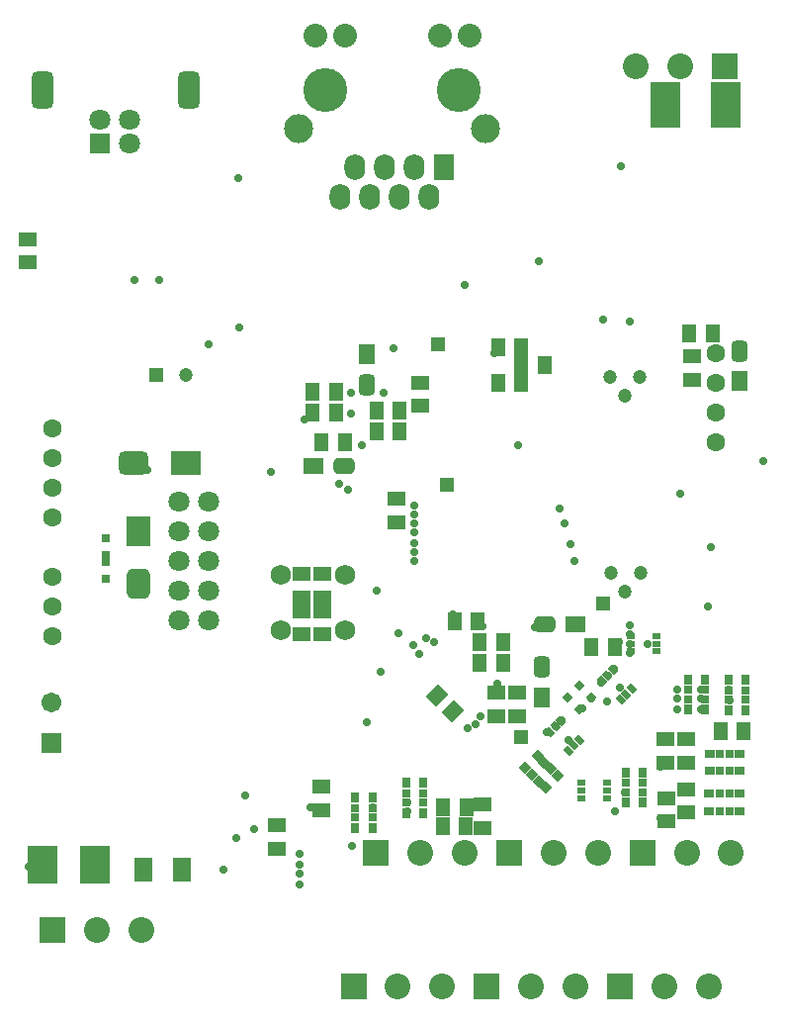
<source format=gbs>
G04*
G04 #@! TF.GenerationSoftware,Altium Limited,Altium Designer,19.1.5 (86)*
G04*
G04 Layer_Color=16711935*
%FSLAX44Y44*%
%MOMM*%
G71*
G01*
G75*
%ADD51R,2.0032X2.6032*%
G04:AMPARAMS|DCode=52|XSize=2.0032mm|YSize=2.6032mm|CornerRadius=0.5516mm|HoleSize=0mm|Usage=FLASHONLY|Rotation=0.000|XOffset=0mm|YOffset=0mm|HoleType=Round|Shape=RoundedRectangle|*
%AMROUNDEDRECTD52*
21,1,2.0032,1.5000,0,0,0.0*
21,1,0.9000,2.6032,0,0,0.0*
1,1,1.1032,0.4500,-0.7500*
1,1,1.1032,-0.4500,-0.7500*
1,1,1.1032,-0.4500,0.7500*
1,1,1.1032,0.4500,0.7500*
%
%ADD52ROUNDEDRECTD52*%
%ADD53R,2.6032X2.0032*%
G04:AMPARAMS|DCode=54|XSize=2.0032mm|YSize=2.6032mm|CornerRadius=0.5516mm|HoleSize=0mm|Usage=FLASHONLY|Rotation=90.000|XOffset=0mm|YOffset=0mm|HoleType=Round|Shape=RoundedRectangle|*
%AMROUNDEDRECTD54*
21,1,2.0032,1.5000,0,0,90.0*
21,1,0.9000,2.6032,0,0,90.0*
1,1,1.1032,0.7500,0.4500*
1,1,1.1032,0.7500,-0.4500*
1,1,1.1032,-0.7500,-0.4500*
1,1,1.1032,-0.7500,0.4500*
%
%ADD54ROUNDEDRECTD54*%
%ADD55R,0.8032X0.7532*%
%ADD56R,0.8032X0.8532*%
%ADD57R,1.5032X1.2032*%
%ADD60R,1.2032X1.5032*%
%ADD63R,1.8032X1.4032*%
G04:AMPARAMS|DCode=64|XSize=1.8032mm|YSize=1.4032mm|CornerRadius=0.4016mm|HoleSize=0mm|Usage=FLASHONLY|Rotation=0.000|XOffset=0mm|YOffset=0mm|HoleType=Round|Shape=RoundedRectangle|*
%AMROUNDEDRECTD64*
21,1,1.8032,0.6000,0,0,0.0*
21,1,1.0000,1.4032,0,0,0.0*
1,1,0.8032,0.5000,-0.3000*
1,1,0.8032,-0.5000,-0.3000*
1,1,0.8032,-0.5000,0.3000*
1,1,0.8032,0.5000,0.3000*
%
%ADD64ROUNDEDRECTD64*%
%ADD73R,2.2032X2.2032*%
%ADD77R,0.7032X0.7032*%
%ADD79R,1.2032X1.2032*%
%ADD84C,1.2032*%
%ADD85C,2.2032*%
%ADD86O,1.7780X2.2352*%
%ADD87R,1.7780X2.2352*%
%ADD88C,2.0320*%
%ADD89C,2.4892*%
%ADD90C,1.6032*%
%ADD91C,1.7272*%
%ADD92C,1.7032*%
%ADD93R,1.7032X1.7032*%
G04:AMPARAMS|DCode=94|XSize=1.9032mm|YSize=3.2032mm|CornerRadius=0.5266mm|HoleSize=0mm|Usage=FLASHONLY|Rotation=180.000|XOffset=0mm|YOffset=0mm|HoleType=Round|Shape=RoundedRectangle|*
%AMROUNDEDRECTD94*
21,1,1.9032,2.1500,0,0,180.0*
21,1,0.8500,3.2032,0,0,180.0*
1,1,1.0532,-0.4250,1.0750*
1,1,1.0532,0.4250,1.0750*
1,1,1.0532,0.4250,-1.0750*
1,1,1.0532,-0.4250,-1.0750*
%
%ADD94ROUNDEDRECTD94*%
%ADD95C,1.8032*%
%ADD96R,1.8032X1.8032*%
%ADD97C,0.7032*%
%ADD98C,3.7592*%
%ADD130P,0.9945X4X270.0*%
G04:AMPARAMS|DCode=131|XSize=0.8032mm|YSize=0.5532mm|CornerRadius=0mm|HoleSize=0mm|Usage=FLASHONLY|Rotation=135.000|XOffset=0mm|YOffset=0mm|HoleType=Round|Shape=Rectangle|*
%AMROTATEDRECTD131*
4,1,4,0.4796,-0.0884,0.0884,-0.4796,-0.4796,0.0884,-0.0884,0.4796,0.4796,-0.0884,0.0*
%
%ADD131ROTATEDRECTD131*%

%ADD132R,0.8032X0.5532*%
G04:AMPARAMS|DCode=133|XSize=0.8032mm|YSize=0.7532mm|CornerRadius=0mm|HoleSize=0mm|Usage=FLASHONLY|Rotation=225.000|XOffset=0mm|YOffset=0mm|HoleType=Round|Shape=Rectangle|*
%AMROTATEDRECTD133*
4,1,4,0.0177,0.5503,0.5503,0.0177,-0.0177,-0.5503,-0.5503,-0.0177,0.0177,0.5503,0.0*
%
%ADD133ROTATEDRECTD133*%

%ADD134R,0.7532X0.8032*%
%ADD135R,0.8532X0.8032*%
%ADD136R,1.5032X2.0032*%
G04:AMPARAMS|DCode=137|XSize=1.8032mm|YSize=1.4032mm|CornerRadius=0.4016mm|HoleSize=0mm|Usage=FLASHONLY|Rotation=90.000|XOffset=0mm|YOffset=0mm|HoleType=Round|Shape=RoundedRectangle|*
%AMROUNDEDRECTD137*
21,1,1.8032,0.6000,0,0,90.0*
21,1,1.0000,1.4032,0,0,90.0*
1,1,0.8032,0.3000,0.5000*
1,1,0.8032,0.3000,-0.5000*
1,1,0.8032,-0.3000,-0.5000*
1,1,0.8032,-0.3000,0.5000*
%
%ADD137ROUNDEDRECTD137*%
%ADD138R,1.4032X1.8032*%
G04:AMPARAMS|DCode=139|XSize=1.5032mm|YSize=1.2032mm|CornerRadius=0mm|HoleSize=0mm|Usage=FLASHONLY|Rotation=45.000|XOffset=0mm|YOffset=0mm|HoleType=Round|Shape=Rectangle|*
%AMROTATEDRECTD139*
4,1,4,-0.1061,-0.9569,-0.9569,-0.1061,0.1061,0.9569,0.9569,0.1061,-0.1061,-0.9569,0.0*
%
%ADD139ROTATEDRECTD139*%

%ADD140R,2.6532X3.9032*%
%ADD141R,2.6032X3.2032*%
D51*
X1737362Y1477011D02*
D03*
D52*
X1737362Y1432010D02*
D03*
D53*
X1778002Y1535428D02*
D03*
D54*
X1733001Y1535429D02*
D03*
D55*
X2257280Y1340940D02*
D03*
X2242530Y1332940D02*
D03*
Y1340940D02*
D03*
X2257280Y1332940D02*
D03*
X2222254Y1333120D02*
D03*
X2207504Y1341120D02*
D03*
Y1333120D02*
D03*
X2222254Y1341120D02*
D03*
X2154410Y1253600D02*
D03*
X2169160Y1261600D02*
D03*
Y1253600D02*
D03*
X2154410Y1261600D02*
D03*
X1922780Y1240010D02*
D03*
X1937530Y1232010D02*
D03*
Y1240010D02*
D03*
X1922780Y1232010D02*
D03*
X1966450Y1252710D02*
D03*
X1981200Y1244710D02*
D03*
Y1252710D02*
D03*
X1966450Y1244710D02*
D03*
D56*
X2257280Y1349940D02*
D03*
X2242530Y1323940D02*
D03*
Y1349940D02*
D03*
X2257280Y1323940D02*
D03*
X2222254Y1324120D02*
D03*
X2207504Y1350120D02*
D03*
Y1324120D02*
D03*
X2222254Y1350120D02*
D03*
X2154410Y1244600D02*
D03*
X2169160Y1270600D02*
D03*
Y1244600D02*
D03*
X2154410Y1270600D02*
D03*
X1922780Y1249010D02*
D03*
X1937530Y1223010D02*
D03*
Y1249010D02*
D03*
X1922780Y1223010D02*
D03*
X1966450Y1261710D02*
D03*
X1981200Y1235710D02*
D03*
Y1261710D02*
D03*
X1966450Y1235710D02*
D03*
D57*
X2188210Y1298890D02*
D03*
Y1278890D02*
D03*
X2189480Y1248410D02*
D03*
Y1228410D02*
D03*
X2205990Y1278890D02*
D03*
Y1298890D02*
D03*
Y1236030D02*
D03*
Y1256030D02*
D03*
X1855470Y1205230D02*
D03*
Y1225230D02*
D03*
X2032000Y1223010D02*
D03*
Y1243010D02*
D03*
X1893570Y1238250D02*
D03*
Y1258250D02*
D03*
X1642110Y1726880D02*
D03*
Y1706880D02*
D03*
X1978660Y1584010D02*
D03*
Y1604010D02*
D03*
X2211070Y1606550D02*
D03*
Y1626550D02*
D03*
X2061210Y1318580D02*
D03*
Y1338580D02*
D03*
X2043430Y1318580D02*
D03*
Y1338580D02*
D03*
X1958340Y1504630D02*
D03*
Y1484630D02*
D03*
X1877060Y1408430D02*
D03*
Y1388430D02*
D03*
Y1420180D02*
D03*
Y1440180D02*
D03*
X1894840D02*
D03*
Y1420180D02*
D03*
Y1408430D02*
D03*
Y1388430D02*
D03*
D60*
X2235520Y1305560D02*
D03*
X2255520D02*
D03*
X2145030Y1377950D02*
D03*
X2125030D02*
D03*
X2017710Y1224280D02*
D03*
X1997710D02*
D03*
X2018030Y1240790D02*
D03*
X1998030D02*
D03*
X1940880Y1562580D02*
D03*
X1960880D02*
D03*
X1940880Y1579880D02*
D03*
X1960880D02*
D03*
X1886270Y1578610D02*
D03*
X1906270D02*
D03*
X1893990Y1553110D02*
D03*
X1913990D02*
D03*
X1886270Y1596390D02*
D03*
X1906270D02*
D03*
X2208850Y1645920D02*
D03*
X2228850D02*
D03*
X2049460Y1364500D02*
D03*
X2029460D02*
D03*
X2007870Y1399540D02*
D03*
X2027870D02*
D03*
X2049460Y1381760D02*
D03*
X2029460D02*
D03*
X2065020Y1634490D02*
D03*
X2045020D02*
D03*
X2065020Y1619250D02*
D03*
X2085020D02*
D03*
X2065020Y1604010D02*
D03*
X2045020D02*
D03*
D63*
X1887220Y1532890D02*
D03*
X2111340Y1397000D02*
D03*
D64*
X1913220Y1532890D02*
D03*
X2085340Y1397000D02*
D03*
D73*
X2149360Y1087120D02*
D03*
X2168610Y1201370D02*
D03*
X2035360Y1087120D02*
D03*
X2054610Y1201370D02*
D03*
X1921310Y1087170D02*
D03*
X1940560Y1201420D02*
D03*
X1663800Y1135380D02*
D03*
X2239010Y1874520D02*
D03*
D77*
X1709420Y1470660D02*
D03*
Y1456660D02*
D03*
Y1436370D02*
D03*
Y1450370D02*
D03*
D79*
X1752600Y1610360D02*
D03*
X2064385Y1300480D02*
D03*
X2001520Y1516380D02*
D03*
X2134870Y1414780D02*
D03*
X1993900Y1637030D02*
D03*
D84*
X1778000Y1610360D02*
D03*
X2153720Y1592840D02*
D03*
X2141220Y1609090D02*
D03*
X2166620D02*
D03*
X2153920Y1424940D02*
D03*
X2141420Y1441190D02*
D03*
X2166820D02*
D03*
D85*
X2225360Y1087120D02*
D03*
X2187360D02*
D03*
X2244610Y1201370D02*
D03*
X2206610D02*
D03*
X2111360Y1087120D02*
D03*
X2073360D02*
D03*
X2130610Y1201370D02*
D03*
X2092610D02*
D03*
X1997310Y1087170D02*
D03*
X1959310D02*
D03*
X2016560Y1201420D02*
D03*
X1978560D02*
D03*
X1701800Y1135380D02*
D03*
X1739800D02*
D03*
X2201010Y1874520D02*
D03*
X2163010D02*
D03*
D86*
X1986280Y1762760D02*
D03*
X1910080D02*
D03*
X1922780Y1788160D02*
D03*
X1935480Y1762760D02*
D03*
X1973580Y1788160D02*
D03*
X1948180D02*
D03*
X1960880Y1762760D02*
D03*
D87*
X1998980Y1788160D02*
D03*
D88*
X1995424Y1900660D02*
D03*
X1913670D02*
D03*
X1888236D02*
D03*
X2020730D02*
D03*
D89*
X1874480Y1821160D02*
D03*
X2034480D02*
D03*
D90*
X1663700Y1412240D02*
D03*
Y1386840D02*
D03*
Y1488440D02*
D03*
Y1513840D02*
D03*
Y1437640D02*
D03*
Y1539240D02*
D03*
Y1564640D02*
D03*
X2231390Y1578610D02*
D03*
Y1553210D02*
D03*
Y1604010D02*
D03*
Y1629410D02*
D03*
D91*
X1913890Y1439920D02*
D03*
Y1391920D02*
D03*
X1859280Y1439920D02*
D03*
Y1391920D02*
D03*
D92*
X1662430Y1330400D02*
D03*
D93*
Y1295400D02*
D03*
D94*
X1780540Y1854200D02*
D03*
X1654810D02*
D03*
D95*
X1729740Y1828800D02*
D03*
X1704340D02*
D03*
X1729740Y1808480D02*
D03*
X1771650Y1451610D02*
D03*
X1797050D02*
D03*
X1771650Y1426210D02*
D03*
X1797050D02*
D03*
X1771650Y1400810D02*
D03*
X1797050D02*
D03*
Y1477010D02*
D03*
X1771650D02*
D03*
X1797050Y1502410D02*
D03*
X1771650D02*
D03*
D96*
X1704340Y1808480D02*
D03*
D97*
X2242990Y1237550D02*
D03*
X2138103Y1331653D02*
D03*
X2124710Y1333500D02*
D03*
X2117503Y1325023D02*
D03*
X1937530Y1240600D02*
D03*
X1938020Y1249680D02*
D03*
X2105806Y1297940D02*
D03*
X2148840Y1381760D02*
D03*
X2149417Y1342967D02*
D03*
X1884680Y1240790D02*
D03*
X2198370Y1324610D02*
D03*
Y1333500D02*
D03*
X2218690Y1341120D02*
D03*
Y1324610D02*
D03*
Y1333500D02*
D03*
X2198370Y1341120D02*
D03*
X1892300Y1258570D02*
D03*
X2078990Y1284586D02*
D03*
X2225040Y1412240D02*
D03*
X2242995Y1332475D02*
D03*
X2242475Y1340995D02*
D03*
X2184205Y1275080D02*
D03*
X2153920Y1253490D02*
D03*
X2158220Y1372490D02*
D03*
X2173460Y1380490D02*
D03*
X2158220Y1396490D02*
D03*
Y1380490D02*
D03*
Y1388490D02*
D03*
X2138987Y1353397D02*
D03*
X2087122Y1305311D02*
D03*
X2044700Y1346200D02*
D03*
X2133330Y1347740D02*
D03*
X2099705Y1315355D02*
D03*
X2094048Y1309698D02*
D03*
X2144644Y1359054D02*
D03*
X2019300Y1308100D02*
D03*
X2025650Y1311910D02*
D03*
X2029820Y1318260D02*
D03*
X2183940Y1231440D02*
D03*
X2145180Y1237130D02*
D03*
X2032000Y1360690D02*
D03*
X1932940Y1313180D02*
D03*
X1828800Y1250950D02*
D03*
X1836420Y1221740D02*
D03*
X1967458Y1245232D02*
D03*
X1920240Y1207770D02*
D03*
X1821180Y1214651D02*
D03*
X1875284Y1200651D02*
D03*
X1809750Y1187450D02*
D03*
X1967230Y1236980D02*
D03*
X1875284Y1183651D02*
D03*
Y1191651D02*
D03*
Y1174651D02*
D03*
X2043430Y1606550D02*
D03*
X1643380Y1189990D02*
D03*
X2080260Y1708150D02*
D03*
X2076450Y1394460D02*
D03*
X2062480Y1550670D02*
D03*
X1879600Y1572260D02*
D03*
X1989990Y1381660D02*
D03*
X1977390Y1371600D02*
D03*
X1973580Y1459230D02*
D03*
X1972310Y1379220D02*
D03*
X1983740Y1385570D02*
D03*
X1959610Y1389380D02*
D03*
X1973580Y1451610D02*
D03*
Y1466850D02*
D03*
X1946910Y1595120D02*
D03*
X1918970Y1577340D02*
D03*
Y1595120D02*
D03*
X1822330Y1778790D02*
D03*
X1823720Y1651000D02*
D03*
X2272030Y1536700D02*
D03*
X1916430Y1512570D02*
D03*
X1908810Y1517650D02*
D03*
X1850390Y1527810D02*
D03*
X2016760Y1687830D02*
D03*
X1928060Y1550570D02*
D03*
X1973580Y1490980D02*
D03*
Y1475740D02*
D03*
Y1483360D02*
D03*
Y1498600D02*
D03*
X1929800Y1631470D02*
D03*
X1955800Y1633220D02*
D03*
X2181860Y1854200D02*
D03*
X2239010Y1852620D02*
D03*
X2150110Y1789430D02*
D03*
X2200910Y1508760D02*
D03*
X2032000Y1395730D02*
D03*
X1941195Y1426210D02*
D03*
X1744980Y1529080D02*
D03*
X1755140Y1691640D02*
D03*
X1797050Y1637030D02*
D03*
X2134870Y1657670D02*
D03*
X1733550Y1691640D02*
D03*
X2006600Y1405890D02*
D03*
X1944370Y1356360D02*
D03*
X2085340Y1620520D02*
D03*
X2042160Y1629410D02*
D03*
X2157730Y1656080D02*
D03*
X2227580Y1463040D02*
D03*
X2101850Y1483360D02*
D03*
X2110740Y1451610D02*
D03*
X2106930Y1465580D02*
D03*
X2098040Y1496060D02*
D03*
D98*
X1897380Y1854200D02*
D03*
X2011680D02*
D03*
D130*
X2114550Y1344930D02*
D03*
X2124449Y1335031D02*
D03*
X2104390Y1334770D02*
D03*
X2114290Y1324870D02*
D03*
D131*
X2109958Y1293788D02*
D03*
X2114555Y1298384D02*
D03*
X2105362Y1289192D02*
D03*
X2089452Y1305102D02*
D03*
X2098645Y1314294D02*
D03*
X2094048Y1309698D02*
D03*
X2154699Y1337473D02*
D03*
X2159295Y1342069D02*
D03*
X2150103Y1332876D02*
D03*
X2134193Y1348786D02*
D03*
X2143385Y1357979D02*
D03*
X2138789Y1353383D02*
D03*
D132*
X2158580Y1380640D02*
D03*
X2158580Y1387140D02*
D03*
X2158580Y1374140D02*
D03*
X2181080D02*
D03*
X2181080Y1387140D02*
D03*
X2181080Y1380640D02*
D03*
X2116180Y1254910D02*
D03*
X2116180Y1261410D02*
D03*
X2116180Y1248410D02*
D03*
X2138680D02*
D03*
X2138680Y1261410D02*
D03*
X2138680Y1254910D02*
D03*
D133*
X2074217Y1268500D02*
D03*
X2068560Y1274156D02*
D03*
X2095961Y1267616D02*
D03*
X2090304Y1273273D02*
D03*
X2078990Y1284586D02*
D03*
X2084647Y1278930D02*
D03*
X2079874Y1262843D02*
D03*
X2085531Y1257186D02*
D03*
D134*
X2234990Y1237550D02*
D03*
X2242990Y1252300D02*
D03*
X2234990D02*
D03*
X2242990Y1237550D02*
D03*
X2235200Y1271760D02*
D03*
X2243200Y1286510D02*
D03*
X2235200D02*
D03*
X2243200Y1271760D02*
D03*
D135*
X2225990Y1237550D02*
D03*
X2251990Y1252300D02*
D03*
X2225990D02*
D03*
X2251990Y1237550D02*
D03*
X2226200Y1271760D02*
D03*
X2252200Y1286510D02*
D03*
X2226200D02*
D03*
X2252200Y1271760D02*
D03*
D136*
X1740940Y1187450D02*
D03*
X1774190D02*
D03*
D137*
X1932940Y1602425D02*
D03*
X2251710Y1631280D02*
D03*
X2082800Y1360770D02*
D03*
D138*
X1932940Y1628425D02*
D03*
X2251710Y1605280D02*
D03*
X2082800Y1334770D02*
D03*
D139*
X1992458Y1336532D02*
D03*
X2006600Y1322390D02*
D03*
D140*
X2240280Y1841500D02*
D03*
X2188780D02*
D03*
D141*
X1654810Y1191260D02*
D03*
X1699811Y1191259D02*
D03*
M02*

</source>
